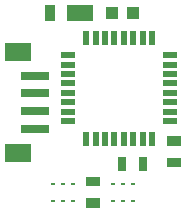
<source format=gtp>
G75*
G70*
%OFA0B0*%
%FSLAX24Y24*%
%IPPOS*%
%LPD*%
%AMOC8*
5,1,8,0,0,1.08239X$1,22.5*
%
%ADD10R,0.0220X0.0500*%
%ADD11R,0.0500X0.0220*%
%ADD12R,0.0433X0.0394*%
%ADD13R,0.0315X0.0472*%
%ADD14R,0.0866X0.0551*%
%ADD15R,0.0354X0.0551*%
%ADD16R,0.0157X0.0102*%
%ADD17R,0.0945X0.0276*%
%ADD18R,0.0906X0.0591*%
D10*
X007991Y007960D03*
X008306Y007960D03*
X008621Y007960D03*
X008936Y007960D03*
X009250Y007960D03*
X009565Y007960D03*
X009880Y007960D03*
X010195Y007960D03*
X010195Y011340D03*
X009880Y011340D03*
X009565Y011340D03*
X009250Y011340D03*
X008936Y011340D03*
X008621Y011340D03*
X008306Y011340D03*
X007991Y011340D03*
D11*
X007403Y010753D03*
X007403Y010438D03*
X007403Y010123D03*
X007403Y009808D03*
X007403Y009493D03*
X007403Y009178D03*
X007403Y008863D03*
X007403Y008548D03*
X010783Y008548D03*
X010783Y008863D03*
X010783Y009178D03*
X010783Y009493D03*
X010783Y009808D03*
X010783Y010123D03*
X010783Y010438D03*
X010783Y010753D03*
D12*
X009538Y012165D03*
X008868Y012165D03*
D13*
G36*
X011155Y008045D02*
X011156Y007732D01*
X010685Y007731D01*
X010684Y008044D01*
X011155Y008045D01*
G37*
G36*
X011156Y007336D02*
X011157Y007023D01*
X010686Y007022D01*
X010685Y007335D01*
X011156Y007336D01*
G37*
X009892Y007110D03*
X009184Y007110D03*
G36*
X008460Y006691D02*
X008459Y006378D01*
X007988Y006379D01*
X007989Y006692D01*
X008460Y006691D01*
G37*
G36*
X008458Y005982D02*
X008457Y005669D01*
X007986Y005670D01*
X007987Y005983D01*
X008458Y005982D01*
G37*
D14*
X007787Y012160D03*
D15*
X006783Y012160D03*
D16*
X006888Y006458D03*
X007223Y006458D03*
X007558Y006458D03*
X007558Y005903D03*
X007223Y005903D03*
X006888Y005903D03*
X008888Y005903D03*
X009223Y005903D03*
X009558Y005903D03*
X009558Y006458D03*
X009223Y006458D03*
X008888Y006458D03*
D17*
X006295Y008295D03*
X006295Y008885D03*
X006295Y009476D03*
X006295Y010066D03*
D18*
X005725Y007488D03*
X005725Y010873D03*
M02*

</source>
